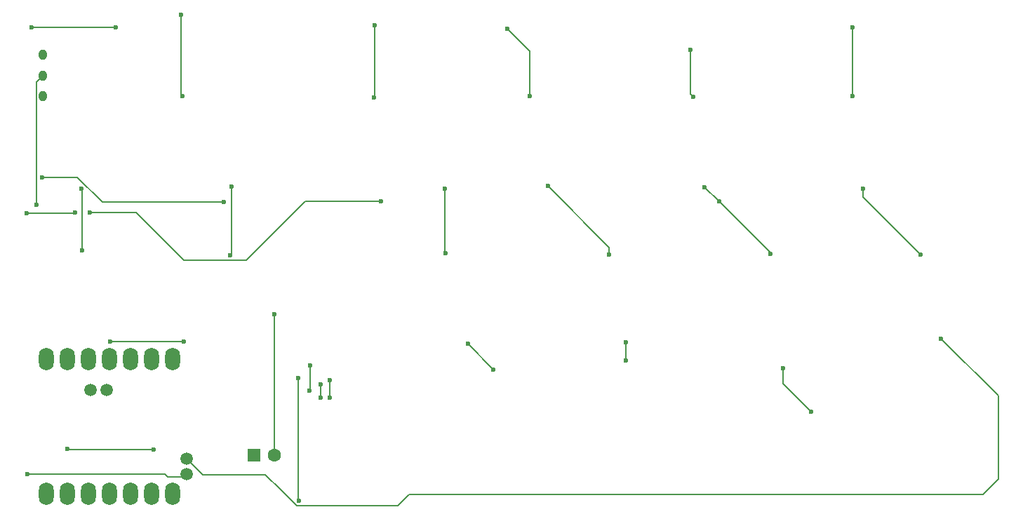
<source format=gbr>
%TF.GenerationSoftware,KiCad,Pcbnew,8.0.7*%
%TF.CreationDate,2025-01-20T20:00:10+09:00*%
%TF.ProjectId,cool937tb_L,636f6f6c-3933-4377-9462-5f4c2e6b6963,rev?*%
%TF.SameCoordinates,Original*%
%TF.FileFunction,Copper,L1,Top*%
%TF.FilePolarity,Positive*%
%FSLAX46Y46*%
G04 Gerber Fmt 4.6, Leading zero omitted, Abs format (unit mm)*
G04 Created by KiCad (PCBNEW 8.0.7) date 2025-01-20 20:00:10*
%MOMM*%
%LPD*%
G01*
G04 APERTURE LIST*
%TA.AperFunction,ComponentPad*%
%ADD10O,1.000000X1.300000*%
%TD*%
%TA.AperFunction,ComponentPad*%
%ADD11R,1.600000X1.600000*%
%TD*%
%TA.AperFunction,ComponentPad*%
%ADD12C,1.600000*%
%TD*%
%TA.AperFunction,ComponentPad*%
%ADD13O,1.800000X2.750000*%
%TD*%
%TA.AperFunction,ComponentPad*%
%ADD14C,1.500000*%
%TD*%
%TA.AperFunction,ViaPad*%
%ADD15C,0.600000*%
%TD*%
%TA.AperFunction,Conductor*%
%ADD16C,0.200000*%
%TD*%
G04 APERTURE END LIST*
D10*
%TO.P,SW23,1,A*%
%TO.N,Net-(J1-Pin_2)*%
X-6990000Y-16600000D03*
%TO.P,SW23,2,B*%
%TO.N,Bat*%
X-6990000Y-14100000D03*
%TO.P,SW23,3,C*%
%TO.N,unconnected-(SW23-C-Pad3)*%
X-6990000Y-11600000D03*
%TD*%
D11*
%TO.P,J1,1,Pin_1*%
%TO.N,GND*%
X18450000Y-59900000D03*
D12*
%TO.P,J1,2,Pin_2*%
%TO.N,Net-(J1-Pin_2)*%
X20970000Y-59900000D03*
%TD*%
D13*
%TO.P,U1,1,P0.02_A0_D0*%
%TO.N,RE_B*%
X-6600000Y-48350000D03*
%TO.P,U1,2,P0.03_A1_D1*%
%TO.N,Row0*%
X-4060000Y-48350000D03*
%TO.P,U1,3,P0.28_A2_D2*%
%TO.N,Row1*%
X-1520000Y-48350000D03*
%TO.P,U1,4,P0.29_A3_D3*%
%TO.N,Row2*%
X1020000Y-48350000D03*
%TO.P,U1,5,P0.04_A4_D4_SDA*%
%TO.N,unconnected-(U1-P0.04_A4_D4_SDA-Pad5)*%
X3560000Y-48350000D03*
%TO.P,U1,6,P0.05_A5_D5_SCL*%
%TO.N,RE_A1*%
X6100000Y-48350000D03*
%TO.P,U1,7,P1.11_D6_TX*%
%TO.N,Row3*%
X8640000Y-48350000D03*
%TO.P,U1,8,P1.12_D7_RX*%
%TO.N,Col3*%
X8640000Y-64590000D03*
%TO.P,U1,9,P1.13_D8_SCK*%
%TO.N,Col2*%
X6100000Y-64590000D03*
%TO.P,U1,10,P1.14_D9_MISO*%
%TO.N,Col1*%
X3560000Y-64590000D03*
%TO.P,U1,11,P1.15_D10_MOSI*%
%TO.N,Col0*%
X1020000Y-64590000D03*
%TO.P,U1,12,3V3*%
%TO.N,unconnected-(U1-3V3-Pad12)*%
X-1520000Y-64590000D03*
%TO.P,U1,13,GND*%
%TO.N,GND*%
X-4060000Y-64590000D03*
%TO.P,U1,14,5V*%
%TO.N,VCC*%
X-6600000Y-64590000D03*
D14*
%TO.P,U1,15,NFC1_0.09*%
%TO.N,Col5*%
X10332000Y-60305400D03*
%TO.P,U1,16,NFC2_0.10*%
%TO.N,Col4*%
X10332000Y-62185000D03*
%TO.P,U1,20,BATT+*%
%TO.N,Bat*%
X703000Y-52025000D03*
%TO.P,U1,21,BATT-*%
%TO.N,GND*%
X-1202000Y-52025000D03*
%TD*%
D15*
%TO.N,Col2*%
X41520000Y-27710000D03*
%TO.N,GND*%
X-4060000Y-59170000D03*
X6420000Y-59240000D03*
%TO.N,Bat*%
X-7770000Y-29690000D03*
%TO.N,Row0*%
X-8320000Y-8280000D03*
X1830000Y-8290000D03*
%TO.N,Row1*%
X-2300000Y-27740000D03*
X-2250000Y-35190000D03*
%TO.N,Row2*%
X1160000Y-46170000D03*
X10000000Y-46170000D03*
%TO.N,Row3*%
X23870000Y-65420000D03*
X23840000Y-50590000D03*
%TO.N,Col1*%
X9820000Y-16530000D03*
X25180000Y-52080000D03*
X25260000Y-49080000D03*
X9690000Y-6720000D03*
X15770000Y-27460000D03*
X15590000Y-35760000D03*
%TO.N,Col2*%
X44290000Y-46480000D03*
X33010000Y-7990000D03*
X26510000Y-52980000D03*
X26490000Y-51380000D03*
X47380000Y-49560000D03*
X32960000Y-16770000D03*
X41630000Y-35530000D03*
%TO.N,Col3*%
X51750000Y-16520000D03*
X53950000Y-27420000D03*
X63400000Y-48500000D03*
X63370000Y-46240000D03*
X61350000Y-35730000D03*
X49080000Y-8450000D03*
X27640000Y-50870000D03*
X27640000Y-52970000D03*
%TO.N,Col4*%
X72870000Y-27530000D03*
X74585000Y-29245000D03*
X82320000Y-49370000D03*
X-1290000Y-30640000D03*
X80800000Y-35640000D03*
X85720000Y-54670000D03*
X33810000Y-29230000D03*
X-8920000Y-30670000D03*
X-8900000Y-62200000D03*
X71190000Y-10980000D03*
X-3060000Y-30640000D03*
X71530000Y-16610000D03*
%TO.N,Col5*%
X98890000Y-35670000D03*
X90690000Y-8230000D03*
X90730000Y-16580000D03*
X101370000Y-45820000D03*
X92010000Y-27770000D03*
%TO.N,Net-(J1-Pin_2)*%
X14810000Y-29360000D03*
X20970000Y-42890000D03*
X-7090000Y-26350000D03*
%TD*%
D16*
%TO.N,Col4*%
X17560000Y-36360000D02*
X9980000Y-36360000D01*
X33810000Y-29230000D02*
X24690000Y-29230000D01*
X24690000Y-29230000D02*
X17560000Y-36360000D01*
%TO.N,Col2*%
X41520000Y-27710000D02*
X41520000Y-35420000D01*
X41520000Y-35420000D02*
X41630000Y-35530000D01*
%TO.N,Col4*%
X9980000Y-36360000D02*
X4260000Y-30640000D01*
X4260000Y-30640000D02*
X-1290000Y-30640000D01*
%TO.N,GND*%
X6420000Y-59240000D02*
X-3990000Y-59240000D01*
X-3990000Y-59240000D02*
X-4060000Y-59170000D01*
%TO.N,Bat*%
X-7770000Y-14880000D02*
X-7770000Y-29690000D01*
X-6990000Y-14100000D02*
X-7770000Y-14880000D01*
%TO.N,Row0*%
X-8320000Y-8280000D02*
X1820000Y-8280000D01*
X1820000Y-8280000D02*
X1830000Y-8290000D01*
%TO.N,Row1*%
X-2250000Y-35190000D02*
X-2250000Y-27790000D01*
X-2250000Y-27790000D02*
X-2300000Y-27740000D01*
%TO.N,Row2*%
X10000000Y-46170000D02*
X1160000Y-46170000D01*
%TO.N,Row3*%
X23848553Y-57728553D02*
X23848553Y-65398553D01*
X23848553Y-65398553D02*
X23870000Y-65420000D01*
X23840000Y-57720000D02*
X23848553Y-57728553D01*
X23840000Y-50590000D02*
X23840000Y-57720000D01*
%TO.N,Col1*%
X15770000Y-35580000D02*
X15590000Y-35760000D01*
X9690000Y-16400000D02*
X9820000Y-16530000D01*
X9690000Y-6720000D02*
X9690000Y-16400000D01*
X25260000Y-49080000D02*
X25260000Y-52000000D01*
X25260000Y-52000000D02*
X25180000Y-52080000D01*
X15770000Y-27460000D02*
X15770000Y-35580000D01*
%TO.N,Col2*%
X26510000Y-51400000D02*
X26490000Y-51380000D01*
X26510000Y-52980000D02*
X26510000Y-51400000D01*
X47370000Y-49560000D02*
X47380000Y-49560000D01*
X33010000Y-7990000D02*
X33010000Y-16720000D01*
X44290000Y-46480000D02*
X47370000Y-49560000D01*
X33010000Y-16720000D02*
X32960000Y-16770000D01*
%TO.N,Col3*%
X49080000Y-8450000D02*
X51750000Y-11120000D01*
X27640000Y-52970000D02*
X27640000Y-50870000D01*
X63400000Y-46270000D02*
X63370000Y-46240000D01*
X51750000Y-11120000D02*
X51750000Y-16520000D01*
X61350000Y-34820000D02*
X61350000Y-35730000D01*
X53950000Y-27420000D02*
X61350000Y-34820000D01*
X63400000Y-48500000D02*
X63400000Y-46270000D01*
%TO.N,Col4*%
X7744592Y-62200000D02*
X8099839Y-62555247D01*
X80800000Y-35460000D02*
X80800000Y-35640000D01*
X-8900000Y-62200000D02*
X7744592Y-62200000D01*
X82320000Y-51270000D02*
X85720000Y-54670000D01*
X10332000Y-62195298D02*
X10332000Y-62185000D01*
X-8920000Y-30670000D02*
X-3090000Y-30670000D01*
X74585000Y-29245000D02*
X80800000Y-35460000D01*
X-3090000Y-30670000D02*
X-3060000Y-30640000D01*
X9972051Y-62555247D02*
X10332000Y-62195298D01*
X71190000Y-10980000D02*
X71190000Y-16270000D01*
X82320000Y-49370000D02*
X82320000Y-51270000D01*
X71190000Y-16270000D02*
X71530000Y-16610000D01*
X72870000Y-27530000D02*
X74585000Y-29245000D01*
X8099839Y-62555247D02*
X9972051Y-62555247D01*
%TO.N,Col5*%
X35847258Y-66020000D02*
X37217258Y-64650000D01*
X37217258Y-64650000D02*
X106450000Y-64650000D01*
X106450000Y-64650000D02*
X108290000Y-62810000D01*
X10332000Y-60305400D02*
X12295130Y-62268530D01*
X23621471Y-66020000D02*
X35847258Y-66020000D01*
X90690000Y-16540000D02*
X90730000Y-16580000D01*
X92010000Y-27770000D02*
X92010000Y-28790000D01*
X19870000Y-62268530D02*
X21700735Y-64099265D01*
X21700735Y-64099265D02*
X23621471Y-66020000D01*
X108290000Y-62810000D02*
X108290000Y-52740000D01*
X108290000Y-52740000D02*
X101370000Y-45820000D01*
X92010000Y-28790000D02*
X98890000Y-35670000D01*
X12295130Y-62268530D02*
X19870000Y-62268530D01*
X90690000Y-8230000D02*
X90690000Y-16540000D01*
%TO.N,Net-(J1-Pin_2)*%
X20970000Y-42890000D02*
X20970000Y-59900000D01*
X-2841471Y-26350000D02*
X168529Y-29360000D01*
X-7090000Y-26350000D02*
X-2841471Y-26350000D01*
X168529Y-29360000D02*
X14810000Y-29360000D01*
%TD*%
M02*

</source>
